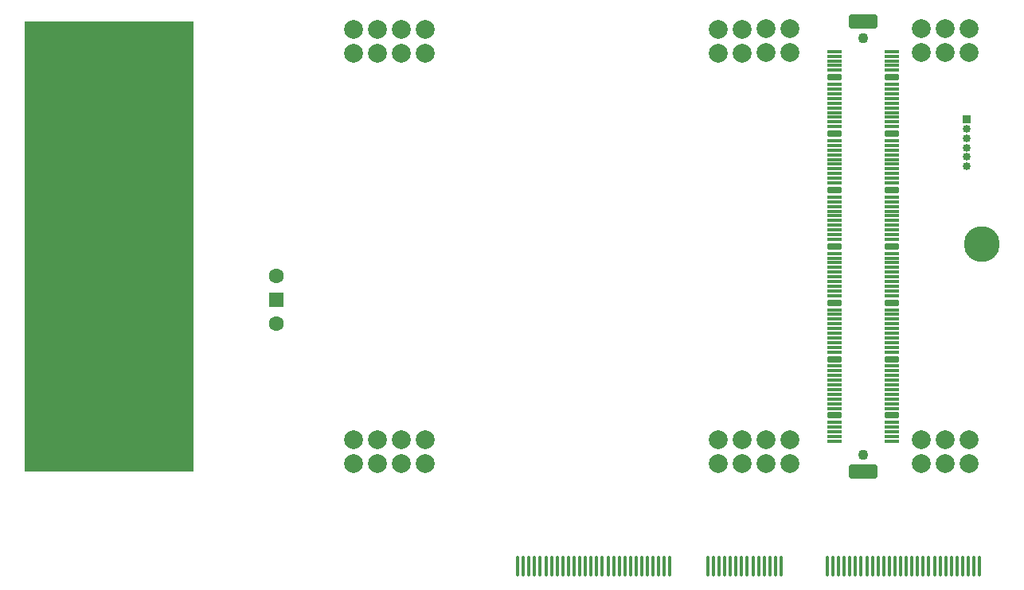
<source format=gbr>
%TF.GenerationSoftware,KiCad,Pcbnew,8.0.2*%
%TF.CreationDate,2024-07-11T13:13:48+02:00*%
%TF.ProjectId,HYDRA_VMM3_CARD,48594452-415f-4564-9d4d-335f43415244,rev?*%
%TF.SameCoordinates,Original*%
%TF.FileFunction,Soldermask,Top*%
%TF.FilePolarity,Negative*%
%FSLAX46Y46*%
G04 Gerber Fmt 4.6, Leading zero omitted, Abs format (unit mm)*
G04 Created by KiCad (PCBNEW 8.0.2) date 2024-07-11 13:13:48*
%MOMM*%
%LPD*%
G01*
G04 APERTURE LIST*
G04 Aperture macros list*
%AMRoundRect*
0 Rectangle with rounded corners*
0 $1 Rounding radius*
0 $2 $3 $4 $5 $6 $7 $8 $9 X,Y pos of 4 corners*
0 Add a 4 corners polygon primitive as box body*
4,1,4,$2,$3,$4,$5,$6,$7,$8,$9,$2,$3,0*
0 Add four circle primitives for the rounded corners*
1,1,$1+$1,$2,$3*
1,1,$1+$1,$4,$5*
1,1,$1+$1,$6,$7*
1,1,$1+$1,$8,$9*
0 Add four rect primitives between the rounded corners*
20,1,$1+$1,$2,$3,$4,$5,0*
20,1,$1+$1,$4,$5,$6,$7,0*
20,1,$1+$1,$6,$7,$8,$9,0*
20,1,$1+$1,$8,$9,$2,$3,0*%
G04 Aperture macros list end*
%ADD10C,2.000000*%
%ADD11C,3.800000*%
%ADD12RoundRect,0.095000X-0.095000X-0.965000X0.095000X-0.965000X0.095000X0.965000X-0.095000X0.965000X0*%
%ADD13R,0.850000X0.850000*%
%ADD14O,0.850000X0.850000*%
%ADD15C,1.600000*%
%ADD16R,18.000000X48.000000*%
%ADD17C,1.100000*%
%ADD18RoundRect,0.068182X-0.731818X0.081818X-0.731818X-0.081818X0.731818X-0.081818X0.731818X0.081818X0*%
%ADD19RoundRect,0.400000X-1.150000X0.400000X-1.150000X-0.400000X1.150000X-0.400000X1.150000X0.400000X0*%
%ADD20RoundRect,0.159091X-0.640909X0.190909X-0.640909X-0.190909X0.640909X-0.190909X0.640909X0.190909X0*%
%ADD21R,1.600000X1.600000*%
G04 APERTURE END LIST*
D10*
%TO.C,15*%
X77748000Y-78380000D03*
%TD*%
%TO.C,*%
X138083000Y-34660000D03*
%TD*%
%TO.C,16*%
X111423000Y-78380000D03*
%TD*%
%TO.C,*%
X135543000Y-78360000D03*
%TD*%
%TO.C,*%
X135543000Y-34660000D03*
%TD*%
%TO.C,*%
X72668000Y-34680000D03*
%TD*%
%TO.C,*%
X133003000Y-34660000D03*
%TD*%
%TO.C,11*%
X72668000Y-78380000D03*
%TD*%
%TO.C,*%
X75208000Y-37220000D03*
%TD*%
%TO.C,*%
X138083000Y-37200000D03*
%TD*%
D11*
%TO.C,*%
X139450000Y-57580000D03*
%TD*%
D12*
%TO.C,J1*%
X90100000Y-91840000D03*
X90700000Y-91840000D03*
X91300000Y-91840000D03*
X91900000Y-91840000D03*
X92500000Y-91840000D03*
X93100000Y-91840000D03*
X93700000Y-91840000D03*
X94300000Y-91840000D03*
X94900000Y-91840000D03*
X95500000Y-91840000D03*
X96100000Y-91840000D03*
X96700000Y-91840000D03*
X97300000Y-91840000D03*
X97900000Y-91840000D03*
X98500000Y-91840000D03*
X99100000Y-91840000D03*
X99700000Y-91840000D03*
X100300000Y-91840000D03*
X100900000Y-91840000D03*
X101500000Y-91840000D03*
X102100000Y-91840000D03*
X102700000Y-91840000D03*
X103300000Y-91840000D03*
X103900000Y-91840000D03*
X104500000Y-91840000D03*
X105100000Y-91840000D03*
X105700000Y-91840000D03*
X106300000Y-91840000D03*
X110310000Y-91840000D03*
X110910000Y-91840000D03*
X111510000Y-91840000D03*
X112110000Y-91840000D03*
X112710000Y-91840000D03*
X113310000Y-91840000D03*
X113910000Y-91840000D03*
X114510000Y-91840000D03*
X115110000Y-91840000D03*
X115710000Y-91840000D03*
X116310000Y-91840000D03*
X116910000Y-91840000D03*
X117510000Y-91840000D03*
X118110000Y-91840000D03*
X123020000Y-91840000D03*
X123620000Y-91840000D03*
X124220000Y-91840000D03*
X124820000Y-91840000D03*
X125420000Y-91840000D03*
X126020000Y-91840000D03*
X126620000Y-91840000D03*
X127220000Y-91840000D03*
X127820000Y-91840000D03*
X128420000Y-91840000D03*
X129020000Y-91840000D03*
X129620000Y-91840000D03*
X130220000Y-91840000D03*
X130820000Y-91840000D03*
X131420000Y-91840000D03*
X132020000Y-91840000D03*
X132620000Y-91840000D03*
X133220000Y-91840000D03*
X133820000Y-91840000D03*
X134420000Y-91840000D03*
X135020000Y-91840000D03*
X135620000Y-91840000D03*
X136220000Y-91840000D03*
X136820000Y-91840000D03*
X137420000Y-91840000D03*
X138020000Y-91840000D03*
X138620000Y-91840000D03*
X139220000Y-91840000D03*
%TD*%
D10*
%TO.C,*%
X133003000Y-78360000D03*
%TD*%
%TO.C,18*%
X116503000Y-80900000D03*
%TD*%
%TO.C,*%
X135543000Y-80900000D03*
%TD*%
%TO.C,*%
X135543000Y-37200000D03*
%TD*%
%TO.C,22*%
X119043000Y-78360000D03*
%TD*%
%TO.C,17*%
X113963000Y-80920000D03*
%TD*%
D13*
%TO.C,J2*%
X137800000Y-44280000D03*
D14*
X137800000Y-45280000D03*
X137800000Y-46280000D03*
X137800000Y-47280000D03*
X137800000Y-48280000D03*
X137800000Y-49280000D03*
%TD*%
D10*
%TO.C,13*%
X80288000Y-37220000D03*
%TD*%
D11*
%TO.C,REF\u002A\u002A3*%
X53050000Y-57580000D03*
%TD*%
D15*
%TO.C,3.3V1*%
X64450000Y-60970000D03*
%TD*%
D10*
%TO.C,*%
X72668000Y-37220000D03*
%TD*%
D16*
%TO.C,REF\u002A\u002A*%
X46650000Y-57780000D03*
%TD*%
D10*
%TO.C,*%
X133003000Y-80900000D03*
%TD*%
%TO.C,6*%
X119043000Y-34660000D03*
%TD*%
%TO.C,*%
X111423000Y-37220000D03*
%TD*%
%TO.C,*%
X77748000Y-37220000D03*
%TD*%
%TO.C,10*%
X111423000Y-80920000D03*
%TD*%
D17*
%TO.C,U1*%
X126818000Y-35606000D03*
X126818000Y-80006000D03*
D18*
X129868000Y-37056000D03*
X123768000Y-37056000D03*
X129868000Y-37556000D03*
X123768000Y-37556000D03*
X129868000Y-38056000D03*
X123768000Y-38056000D03*
X129868000Y-38556000D03*
X123768000Y-38556000D03*
X129868000Y-39056000D03*
X123768000Y-39056000D03*
X129868000Y-40556000D03*
X123768000Y-40556000D03*
X129868000Y-41056000D03*
X123768000Y-41056000D03*
X129868000Y-41556000D03*
X123768000Y-41556000D03*
X129868000Y-42056000D03*
X123768000Y-42056000D03*
X129868000Y-42556000D03*
X123768000Y-42556000D03*
X129868000Y-43056000D03*
X123768000Y-43056000D03*
X129868000Y-43556000D03*
X123768000Y-43556000D03*
X129868000Y-44056000D03*
X123768000Y-44056000D03*
X129868000Y-44556000D03*
X123768000Y-44556000D03*
X129868000Y-45056000D03*
X123768000Y-45056000D03*
X129868000Y-46556000D03*
X123768000Y-46556000D03*
X129868000Y-47056000D03*
X123768000Y-47056000D03*
X129868000Y-47556000D03*
X123768000Y-47556000D03*
X129868000Y-48056000D03*
X123768000Y-48056000D03*
X129868000Y-48556000D03*
X123768000Y-48556000D03*
X129868000Y-49056000D03*
X123768000Y-49056000D03*
X129868000Y-49556000D03*
X123768000Y-49556000D03*
X129868000Y-50056000D03*
X123768000Y-50056000D03*
X129868000Y-50556000D03*
X123768000Y-50556000D03*
X129868000Y-51056000D03*
X123768000Y-51056000D03*
X129868000Y-52556000D03*
X123768000Y-52556000D03*
X129868000Y-53056000D03*
X123768000Y-53056000D03*
X129868000Y-53556000D03*
X123768000Y-53556000D03*
X129868000Y-54056000D03*
X123768000Y-54056000D03*
X129868000Y-54556000D03*
X123768000Y-54556000D03*
X129868000Y-55056000D03*
X123768000Y-55056000D03*
X129868000Y-55556000D03*
X123768000Y-55556000D03*
X129868000Y-56056000D03*
X123768000Y-56056000D03*
X129868000Y-56556000D03*
X123768000Y-56556000D03*
X129868000Y-57056000D03*
X123768000Y-57056000D03*
X129868000Y-58556000D03*
X123768000Y-58556000D03*
X129868000Y-59056000D03*
X123768000Y-59056000D03*
X129868000Y-59556000D03*
X123768000Y-59556000D03*
X129868000Y-60056000D03*
X123768000Y-60056000D03*
X129868000Y-60556000D03*
X123768000Y-60556000D03*
X129868000Y-61056000D03*
X123768000Y-61056000D03*
X129868000Y-61556000D03*
X123768000Y-61556000D03*
X129868000Y-62056000D03*
X123768000Y-62056000D03*
X129868000Y-62556000D03*
X123768000Y-62556000D03*
X129868000Y-63056000D03*
X123768000Y-63056000D03*
X129868000Y-64556000D03*
X123768000Y-64556000D03*
X129868000Y-65056000D03*
X123768000Y-65056000D03*
X129868000Y-65556000D03*
X123768000Y-65556000D03*
X129868000Y-66056000D03*
X123768000Y-66056000D03*
X129868000Y-66556000D03*
X123768000Y-66556000D03*
X129868000Y-67056000D03*
X123768000Y-67056000D03*
X129868000Y-67556000D03*
X123768000Y-67556000D03*
X129868000Y-68056000D03*
X123768000Y-68056000D03*
X129868000Y-68556000D03*
X123768000Y-68556000D03*
X129868000Y-69056000D03*
X123768000Y-69056000D03*
X129868000Y-70556000D03*
X123768000Y-70556000D03*
X129868000Y-71056000D03*
X123768000Y-71056000D03*
X129868000Y-71556000D03*
X123768000Y-71556000D03*
X129868000Y-72056000D03*
X123768000Y-72056000D03*
X129868000Y-72556000D03*
X123768000Y-72556000D03*
X129868000Y-73056000D03*
X123768000Y-73056000D03*
X129868000Y-73556000D03*
X123768000Y-73556000D03*
X129868000Y-74056000D03*
X123768000Y-74056000D03*
X129868000Y-74556000D03*
X123768000Y-74556000D03*
X129868000Y-75056000D03*
X123768000Y-75056000D03*
X129868000Y-76556000D03*
X123768000Y-76556000D03*
X129868000Y-77056000D03*
X123768000Y-77056000D03*
X129868000Y-77556000D03*
X123768000Y-77556000D03*
X129868000Y-78056000D03*
X123768000Y-78056000D03*
X129868000Y-78556000D03*
X123768000Y-78556000D03*
D19*
X126818000Y-33856000D03*
D20*
X129868000Y-39806000D03*
X123768000Y-39806000D03*
X129868000Y-45806000D03*
X123768000Y-45806000D03*
X129868000Y-51806000D03*
X123768000Y-51806000D03*
X129868000Y-57806000D03*
X123768000Y-57806000D03*
X129868000Y-63806000D03*
X123768000Y-63806000D03*
X129868000Y-69806000D03*
X123768000Y-69806000D03*
X129868000Y-75806000D03*
X123768000Y-75806000D03*
D19*
X126818000Y-81756000D03*
%TD*%
D10*
%TO.C,24*%
X80288000Y-78380000D03*
%TD*%
%TO.C,9*%
X77748000Y-80920000D03*
%TD*%
%TO.C,1*%
X113963000Y-37220000D03*
%TD*%
%TO.C,12*%
X75208000Y-78380000D03*
%TD*%
D11*
%TO.C,REF\u002A\u002A*%
X39650000Y-35780000D03*
%TD*%
D10*
%TO.C,2*%
X116503000Y-37200000D03*
%TD*%
D21*
%TO.C,GND1*%
X64450000Y-63510000D03*
%TD*%
D11*
%TO.C,*%
X53050000Y-79380000D03*
%TD*%
%TO.C,25*%
X39650000Y-79380000D03*
%TD*%
D10*
%TO.C,*%
X138083000Y-80900000D03*
%TD*%
%TO.C,19*%
X119043000Y-80900000D03*
%TD*%
D11*
%TO.C,REF\u002A\u002A2*%
X39650000Y-57580000D03*
%TD*%
D10*
%TO.C,5*%
X116503000Y-34660000D03*
%TD*%
%TO.C,20*%
X113963000Y-78380000D03*
%TD*%
%TO.C,*%
X111423000Y-34680000D03*
%TD*%
%TO.C,*%
X77748000Y-34680000D03*
%TD*%
%TO.C,*%
X133003000Y-37200000D03*
%TD*%
%TO.C,3*%
X119043000Y-37200000D03*
%TD*%
D15*
%TO.C,1.8V1*%
X64450000Y-66050000D03*
%TD*%
D10*
%TO.C,4*%
X113963000Y-34680000D03*
%TD*%
D11*
%TO.C,REF\u002A\u002A1*%
X53050000Y-35780000D03*
%TD*%
D10*
%TO.C,*%
X138083000Y-78360000D03*
%TD*%
%TO.C,*%
X75208000Y-34680000D03*
%TD*%
%TO.C,8*%
X75208000Y-80920000D03*
%TD*%
%TO.C,7*%
X72668000Y-80920000D03*
%TD*%
%TO.C,23*%
X80288000Y-80920000D03*
%TD*%
%TO.C,14*%
X80288000Y-34680000D03*
%TD*%
%TO.C,21*%
X116503000Y-78360000D03*
%TD*%
M02*

</source>
